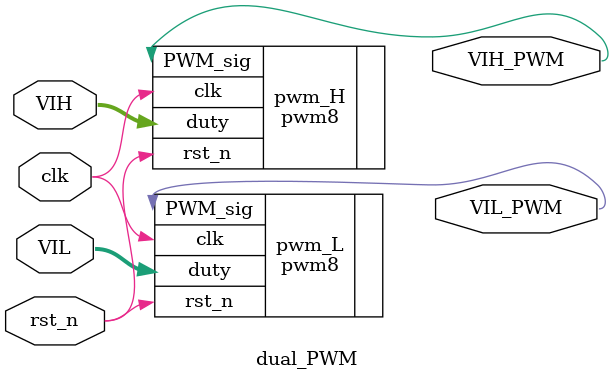
<source format=sv>
module dual_PWM(clk, rst_n, VIL, VIL_PWM, VIH, VIH_PWM);

input clk, rst_n;
input [7:0] VIL, VIH;
output  VIL_PWM, VIH_PWM;

// construct dual pwm by initialize two pwm module
pwm8 pwm_H(.PWM_sig(VIH_PWM), .clk(clk), .rst_n(rst_n), .duty(VIH));
pwm8 pwm_L(.PWM_sig(VIL_PWM), .clk(clk), .rst_n(rst_n), .duty(VIL));

endmodule

</source>
